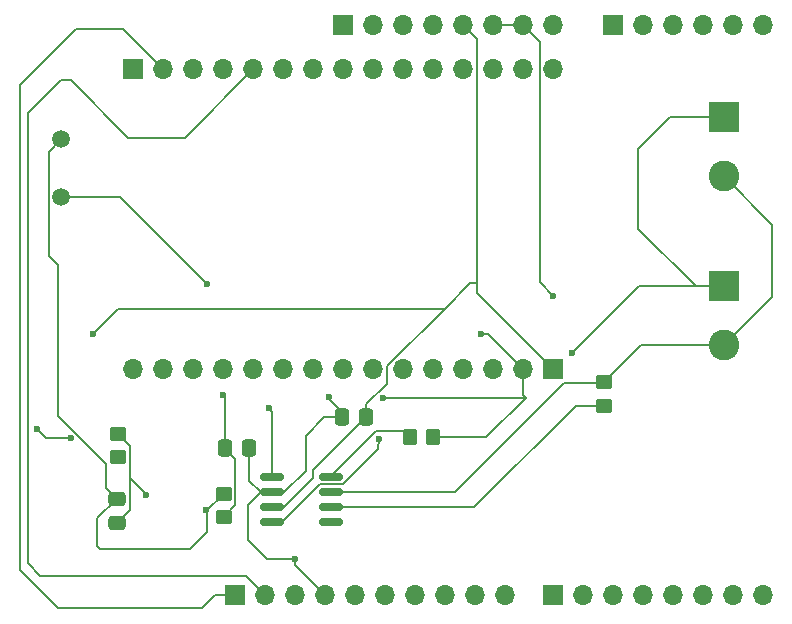
<source format=gbr>
%TF.GenerationSoftware,KiCad,Pcbnew,8.0.2-1*%
%TF.CreationDate,2024-05-16T23:12:18-04:00*%
%TF.ProjectId,ORA_Arduino_ESP_CAN_Shield,4f52415f-4172-4647-9569-6e6f5f455350,rev?*%
%TF.SameCoordinates,Original*%
%TF.FileFunction,Copper,L1,Top*%
%TF.FilePolarity,Positive*%
%FSLAX46Y46*%
G04 Gerber Fmt 4.6, Leading zero omitted, Abs format (unit mm)*
G04 Created by KiCad (PCBNEW 8.0.2-1) date 2024-05-16 23:12:18*
%MOMM*%
%LPD*%
G01*
G04 APERTURE LIST*
G04 Aperture macros list*
%AMRoundRect*
0 Rectangle with rounded corners*
0 $1 Rounding radius*
0 $2 $3 $4 $5 $6 $7 $8 $9 X,Y pos of 4 corners*
0 Add a 4 corners polygon primitive as box body*
4,1,4,$2,$3,$4,$5,$6,$7,$8,$9,$2,$3,0*
0 Add four circle primitives for the rounded corners*
1,1,$1+$1,$2,$3*
1,1,$1+$1,$4,$5*
1,1,$1+$1,$6,$7*
1,1,$1+$1,$8,$9*
0 Add four rect primitives between the rounded corners*
20,1,$1+$1,$2,$3,$4,$5,0*
20,1,$1+$1,$4,$5,$6,$7,0*
20,1,$1+$1,$6,$7,$8,$9,0*
20,1,$1+$1,$8,$9,$2,$3,0*%
G04 Aperture macros list end*
%TA.AperFunction,SMDPad,CuDef*%
%ADD10RoundRect,0.250000X-0.450000X0.350000X-0.450000X-0.350000X0.450000X-0.350000X0.450000X0.350000X0*%
%TD*%
%TA.AperFunction,SMDPad,CuDef*%
%ADD11RoundRect,0.250000X-0.337500X-0.475000X0.337500X-0.475000X0.337500X0.475000X-0.337500X0.475000X0*%
%TD*%
%TA.AperFunction,ComponentPad*%
%ADD12R,1.700000X1.700000*%
%TD*%
%TA.AperFunction,ComponentPad*%
%ADD13O,1.700000X1.700000*%
%TD*%
%TA.AperFunction,SMDPad,CuDef*%
%ADD14RoundRect,0.250000X0.475000X-0.337500X0.475000X0.337500X-0.475000X0.337500X-0.475000X-0.337500X0*%
%TD*%
%TA.AperFunction,SMDPad,CuDef*%
%ADD15RoundRect,0.250000X-0.350000X-0.450000X0.350000X-0.450000X0.350000X0.450000X-0.350000X0.450000X0*%
%TD*%
%TA.AperFunction,SMDPad,CuDef*%
%ADD16RoundRect,0.250000X0.337500X0.475000X-0.337500X0.475000X-0.337500X-0.475000X0.337500X-0.475000X0*%
%TD*%
%TA.AperFunction,SMDPad,CuDef*%
%ADD17RoundRect,0.150000X-0.825000X-0.150000X0.825000X-0.150000X0.825000X0.150000X-0.825000X0.150000X0*%
%TD*%
%TA.AperFunction,ComponentPad*%
%ADD18R,2.600000X2.600000*%
%TD*%
%TA.AperFunction,ComponentPad*%
%ADD19C,2.600000*%
%TD*%
%TA.AperFunction,ComponentPad*%
%ADD20C,1.500000*%
%TD*%
%TA.AperFunction,ViaPad*%
%ADD21C,0.600000*%
%TD*%
%TA.AperFunction,Conductor*%
%ADD22C,0.200000*%
%TD*%
G04 APERTURE END LIST*
D10*
%TO.P,R1,1*%
%TO.N,Net-(U2-OSC2)*%
X41615000Y-64980000D03*
%TO.P,R1,2*%
%TO.N,Net-(U2-OSC1)*%
X41615000Y-66980000D03*
%TD*%
%TO.P,TR1,1*%
%TO.N,CAN_H*%
X73825000Y-55560000D03*
%TO.P,TR1,2*%
%TO.N,CAN_L*%
X73825000Y-57560000D03*
%TD*%
D11*
%TO.P,C2,1*%
%TO.N,Net-(U2-OSC1)*%
X41727500Y-61130000D03*
%TO.P,C2,2*%
%TO.N,GND*%
X43802500Y-61130000D03*
%TD*%
D12*
%TO.P,Digital_1,1,Pin_1*%
%TO.N,SCL*%
X42560000Y-73580000D03*
D13*
%TO.P,Digital_1,2,Pin_2*%
%TO.N,SDA*%
X45100000Y-73580000D03*
%TO.P,Digital_1,3,Pin_3*%
%TO.N,unconnected-(Digital_1-Pin_3-Pad3)*%
X47640000Y-73580000D03*
%TO.P,Digital_1,4,Pin_4*%
%TO.N,GND*%
X50180000Y-73580000D03*
%TO.P,Digital_1,5,Pin_5*%
%TO.N,SCK*%
X52720000Y-73580000D03*
%TO.P,Digital_1,6,Pin_6*%
%TO.N,SO*%
X55260000Y-73580000D03*
%TO.P,Digital_1,7,Pin_7*%
%TO.N,SI*%
X57800000Y-73580000D03*
%TO.P,Digital_1,8,Pin_8*%
%TO.N,CS*%
X60340000Y-73580000D03*
%TO.P,Digital_1,9,Pin_9*%
%TO.N,unconnected-(Digital_1-Pin_9-Pad9)*%
X62880000Y-73580000D03*
%TO.P,Digital_1,10,Pin_10*%
%TO.N,unconnected-(Digital_1-Pin_10-Pad10)*%
X65420000Y-73580000D03*
%TD*%
D14*
%TO.P,C1,1*%
%TO.N,GND*%
X32555000Y-67487500D03*
%TO.P,C1,2*%
%TO.N,Net-(U2-OSC2)*%
X32555000Y-65412500D03*
%TD*%
D12*
%TO.P,Power_1,1,Pin_1*%
%TO.N,unconnected-(Power_1-Pin_1-Pad1)*%
X51715000Y-25320000D03*
D13*
%TO.P,Power_1,2,Pin_2*%
%TO.N,unconnected-(Power_1-Pin_2-Pad2)*%
X54255000Y-25320000D03*
%TO.P,Power_1,3,Pin_3*%
%TO.N,unconnected-(Power_1-Pin_3-Pad3)*%
X56795000Y-25320000D03*
%TO.P,Power_1,4,Pin_4*%
%TO.N,unconnected-(Power_1-Pin_4-Pad4)*%
X59335000Y-25320000D03*
%TO.P,Power_1,5,Pin_5*%
%TO.N,+5V*%
X61875000Y-25320000D03*
%TO.P,Power_1,6,Pin_6*%
%TO.N,GND*%
X64415000Y-25320000D03*
%TO.P,Power_1,7,Pin_7*%
X66955000Y-25320000D03*
%TO.P,Power_1,8,Pin_8*%
%TO.N,unconnected-(Power_1-Pin_8-Pad8)*%
X69495000Y-25320000D03*
%TD*%
D15*
%TO.P,R3,1*%
%TO.N,Net-(U3-Rs)*%
X57375000Y-60220000D03*
%TO.P,R3,2*%
%TO.N,GND*%
X59375000Y-60220000D03*
%TD*%
D12*
%TO.P,Analog_1,1,Pin_1*%
%TO.N,unconnected-(Analog_1-Pin_1-Pad1)*%
X74570000Y-25310000D03*
D13*
%TO.P,Analog_1,2,Pin_2*%
%TO.N,unconnected-(Analog_1-Pin_2-Pad2)*%
X77110000Y-25310000D03*
%TO.P,Analog_1,3,Pin_3*%
%TO.N,unconnected-(Analog_1-Pin_3-Pad3)*%
X79650000Y-25310000D03*
%TO.P,Analog_1,4,Pin_4*%
%TO.N,unconnected-(Analog_1-Pin_4-Pad4)*%
X82190000Y-25310000D03*
%TO.P,Analog_1,5,Pin_5*%
%TO.N,unconnected-(Analog_1-Pin_5-Pad5)*%
X84730000Y-25310000D03*
%TO.P,Analog_1,6,Pin_6*%
%TO.N,unconnected-(Analog_1-Pin_6-Pad6)*%
X87270000Y-25310000D03*
%TD*%
D16*
%TO.P,C3,1*%
%TO.N,+5V*%
X53690000Y-58500000D03*
%TO.P,C3,2*%
%TO.N,GND*%
X51615000Y-58500000D03*
%TD*%
D12*
%TO.P,Digital_2,1,Pin_1*%
%TO.N,unconnected-(Digital_2-Pin_1-Pad1)*%
X69490000Y-73580000D03*
D13*
%TO.P,Digital_2,2,Pin_2*%
%TO.N,unconnected-(Digital_2-Pin_2-Pad2)*%
X72030000Y-73580000D03*
%TO.P,Digital_2,3,Pin_3*%
%TO.N,unconnected-(Digital_2-Pin_3-Pad3)*%
X74570000Y-73580000D03*
%TO.P,Digital_2,4,Pin_4*%
%TO.N,unconnected-(Digital_2-Pin_4-Pad4)*%
X77110000Y-73580000D03*
%TO.P,Digital_2,5,Pin_5*%
%TO.N,unconnected-(Digital_2-Pin_5-Pad5)*%
X79650000Y-73580000D03*
%TO.P,Digital_2,6,Pin_6*%
%TO.N,INT*%
X82190000Y-73580000D03*
%TO.P,Digital_2,7,Pin_7*%
%TO.N,unconnected-(Digital_2-Pin_7-Pad7)*%
X84730000Y-73580000D03*
%TO.P,Digital_2,8,Pin_8*%
%TO.N,unconnected-(Digital_2-Pin_8-Pad8)*%
X87270000Y-73580000D03*
%TD*%
D17*
%TO.P,U3,1,TXD*%
%TO.N,Net-(U2-TXCAN)*%
X45750000Y-63615000D03*
%TO.P,U3,2,VSS*%
%TO.N,GND*%
X45750000Y-64885000D03*
%TO.P,U3,3,VDD*%
%TO.N,+5V*%
X45750000Y-66155000D03*
%TO.P,U3,4,RXD*%
%TO.N,Net-(U2-RXCAN)*%
X45750000Y-67425000D03*
%TO.P,U3,5,Vref*%
%TO.N,unconnected-(U3-Vref-Pad5)*%
X50700000Y-67425000D03*
%TO.P,U3,6,CANL*%
%TO.N,CAN_L*%
X50700000Y-66155000D03*
%TO.P,U3,7,CANH*%
%TO.N,CAN_H*%
X50700000Y-64885000D03*
%TO.P,U3,8,Rs*%
%TO.N,Net-(U3-Rs)*%
X50700000Y-63615000D03*
%TD*%
D10*
%TO.P,R2,1*%
%TO.N,GND*%
X32695000Y-59930000D03*
%TO.P,R2,2*%
%TO.N,Net-(U2-~{RESET})*%
X32695000Y-61930000D03*
%TD*%
D12*
%TO.P,EN_1,1,Pin_1*%
%TO.N,+5V*%
X69530000Y-54460000D03*
D13*
%TO.P,EN_1,2,Pin_2*%
%TO.N,GND*%
X66990000Y-54460000D03*
%TO.P,EN_1,3,Pin_3*%
%TO.N,unconnected-(EN_1-Pin_3-Pad3)*%
X64450000Y-54460000D03*
%TO.P,EN_1,4,Pin_4*%
%TO.N,unconnected-(EN_1-Pin_4-Pad4)*%
X61910000Y-54460000D03*
%TO.P,EN_1,5,Pin_5*%
%TO.N,unconnected-(EN_1-Pin_5-Pad5)*%
X59370000Y-54460000D03*
%TO.P,EN_1,6,Pin_6*%
%TO.N,unconnected-(EN_1-Pin_6-Pad6)*%
X56830000Y-54460000D03*
%TO.P,EN_1,7,Pin_7*%
%TO.N,unconnected-(EN_1-Pin_7-Pad7)*%
X54290000Y-54460000D03*
%TO.P,EN_1,8,Pin_8*%
%TO.N,unconnected-(EN_1-Pin_8-Pad8)*%
X51750000Y-54460000D03*
%TO.P,EN_1,9,Pin_9*%
%TO.N,unconnected-(EN_1-Pin_9-Pad9)*%
X49210000Y-54460000D03*
%TO.P,EN_1,10,Pin_10*%
%TO.N,unconnected-(EN_1-Pin_10-Pad10)*%
X46670000Y-54460000D03*
%TO.P,EN_1,11,Pin_11*%
%TO.N,unconnected-(EN_1-Pin_11-Pad11)*%
X44130000Y-54460000D03*
%TO.P,EN_1,12,Pin_12*%
%TO.N,unconnected-(EN_1-Pin_12-Pad12)*%
X41590000Y-54460000D03*
%TO.P,EN_1,13,Pin_13*%
%TO.N,unconnected-(EN_1-Pin_13-Pad13)*%
X39050000Y-54460000D03*
%TO.P,EN_1,14,Pin_14*%
%TO.N,unconnected-(EN_1-Pin_14-Pad14)*%
X36510000Y-54460000D03*
%TO.P,EN_1,15,Pin_15*%
%TO.N,unconnected-(EN_1-Pin_15-Pad15)*%
X33970000Y-54460000D03*
%TD*%
D18*
%TO.P,J1,1,Pin_1*%
%TO.N,CAN_L*%
X83990000Y-47420000D03*
D19*
%TO.P,J1,2,Pin_2*%
%TO.N,CAN_H*%
X83990000Y-52420000D03*
%TD*%
D18*
%TO.P,J2,1,Pin_1*%
%TO.N,CAN_L*%
X83940000Y-33110000D03*
D19*
%TO.P,J2,2,Pin_2*%
%TO.N,CAN_H*%
X83940000Y-38110000D03*
%TD*%
D12*
%TO.P,BOOT_1,1,Pin_1*%
%TO.N,unconnected-(BOOT_1-Pin_1-Pad1)*%
X33970000Y-29060000D03*
D13*
%TO.P,BOOT_1,2,Pin_2*%
%TO.N,SCL*%
X36510000Y-29060000D03*
%TO.P,BOOT_1,3,Pin_3*%
%TO.N,unconnected-(BOOT_1-Pin_3-Pad3)*%
X39050000Y-29060000D03*
%TO.P,BOOT_1,4,Pin_4*%
%TO.N,unconnected-(BOOT_1-Pin_4-Pad4)*%
X41590000Y-29060000D03*
%TO.P,BOOT_1,5,Pin_5*%
%TO.N,SDA*%
X44130000Y-29060000D03*
%TO.P,BOOT_1,6,Pin_6*%
%TO.N,unconnected-(BOOT_1-Pin_6-Pad6)*%
X46670000Y-29060000D03*
%TO.P,BOOT_1,7,Pin_7*%
%TO.N,unconnected-(BOOT_1-Pin_7-Pad7)*%
X49210000Y-29060000D03*
%TO.P,BOOT_1,8,Pin_8*%
%TO.N,unconnected-(BOOT_1-Pin_8-Pad8)*%
X51750000Y-29060000D03*
%TO.P,BOOT_1,9,Pin_9*%
%TO.N,unconnected-(BOOT_1-Pin_9-Pad9)*%
X54290000Y-29060000D03*
%TO.P,BOOT_1,10,Pin_10*%
%TO.N,unconnected-(BOOT_1-Pin_10-Pad10)*%
X56830000Y-29060000D03*
%TO.P,BOOT_1,11,Pin_11*%
%TO.N,unconnected-(BOOT_1-Pin_11-Pad11)*%
X59370000Y-29060000D03*
%TO.P,BOOT_1,12,Pin_12*%
%TO.N,unconnected-(BOOT_1-Pin_12-Pad12)*%
X61910000Y-29060000D03*
%TO.P,BOOT_1,13,Pin_13*%
%TO.N,unconnected-(BOOT_1-Pin_13-Pad13)*%
X64450000Y-29060000D03*
%TO.P,BOOT_1,14,Pin_14*%
%TO.N,unconnected-(BOOT_1-Pin_14-Pad14)*%
X66990000Y-29060000D03*
%TO.P,BOOT_1,15,Pin_15*%
%TO.N,unconnected-(BOOT_1-Pin_15-Pad15)*%
X69530000Y-29060000D03*
%TD*%
D20*
%TO.P,Y1,1,1*%
%TO.N,Net-(U2-OSC1)*%
X27865000Y-39870000D03*
%TO.P,Y1,2,2*%
%TO.N,Net-(U2-OSC2)*%
X27865000Y-34990000D03*
%TD*%
D21*
%TO.N,Net-(U2-OSC2)*%
X40165000Y-66410000D03*
%TO.N,Net-(U2-OSC1)*%
X40225000Y-47240000D03*
X41365000Y-67040000D03*
X41585000Y-56650000D03*
%TO.N,+5V*%
X30560000Y-51480000D03*
%TO.N,GND*%
X69540000Y-48270000D03*
X55135000Y-56860000D03*
X50505000Y-56840000D03*
X47665000Y-70530000D03*
X63440000Y-51480000D03*
X35035000Y-65090000D03*
%TO.N,CS*%
X28675000Y-60290000D03*
X25855000Y-59530000D03*
%TO.N,CAN_L*%
X73705000Y-57520000D03*
X71115000Y-53110000D03*
%TO.N,Net-(U2-~{RESET})*%
X32625000Y-61820000D03*
%TO.N,Net-(U2-RXCAN)*%
X54775000Y-60330000D03*
%TO.N,Net-(U2-TXCAN)*%
X45415000Y-57780000D03*
%TD*%
D22*
%TO.N,Net-(U2-OSC2)*%
X26815000Y-36040000D02*
X27865000Y-34990000D01*
X40185000Y-66410000D02*
X40165000Y-66410000D01*
X31695000Y-62461471D02*
X27615000Y-58381471D01*
X26815000Y-44850000D02*
X26815000Y-36040000D01*
X32555000Y-65412500D02*
X31695000Y-64552500D01*
X31115000Y-69680000D02*
X38735000Y-69680000D01*
X27615000Y-58381471D02*
X27615000Y-45650000D01*
X40185000Y-68230000D02*
X40185000Y-66410000D01*
X27615000Y-45650000D02*
X26815000Y-44850000D01*
X38735000Y-69680000D02*
X40185000Y-68230000D01*
X40185000Y-66410000D02*
X40185000Y-66410000D01*
X30895000Y-67072500D02*
X30895000Y-69460000D01*
X32555000Y-65412500D02*
X30895000Y-67072500D01*
X30895000Y-69460000D02*
X31115000Y-69680000D01*
X40165000Y-66410000D02*
X40165000Y-66430000D01*
X31695000Y-64552500D02*
X31695000Y-62461471D01*
X40165000Y-66430000D02*
X41615000Y-64980000D01*
%TO.N,Net-(U2-OSC1)*%
X41685000Y-56650000D02*
X41585000Y-56650000D01*
X42615000Y-65980000D02*
X41615000Y-66980000D01*
X32855000Y-39870000D02*
X27865000Y-39870000D01*
X40225000Y-47240000D02*
X32855000Y-39870000D01*
X42615000Y-62017500D02*
X42615000Y-65980000D01*
X41727500Y-56692500D02*
X41685000Y-56650000D01*
X41727500Y-61130000D02*
X42615000Y-62017500D01*
X41585000Y-56650000D02*
X41585000Y-56550000D01*
X41585000Y-56550000D02*
X41685000Y-56650000D01*
X41727500Y-61130000D02*
X41727500Y-56692500D01*
%TO.N,+5V*%
X49205000Y-63674999D02*
X49205000Y-62985000D01*
X63060000Y-47170000D02*
X63060000Y-47990000D01*
X45750000Y-66155000D02*
X46724999Y-66155000D01*
X61875000Y-25320000D02*
X63060000Y-26505000D01*
X63060000Y-26505000D02*
X63060000Y-47170000D01*
X60316827Y-49346827D02*
X62493654Y-47170000D01*
X30560000Y-51480000D02*
X32693173Y-49346827D01*
X60316827Y-49346827D02*
X55440000Y-54223654D01*
X55440000Y-55670000D02*
X53690000Y-57420000D01*
X63060000Y-47990000D02*
X69530000Y-54460000D01*
X53690000Y-57420000D02*
X53690000Y-58500000D01*
X46724999Y-66155000D02*
X49205000Y-63674999D01*
X49205000Y-62985000D02*
X53690000Y-58500000D01*
X55440000Y-54223654D02*
X55440000Y-55670000D01*
X32693173Y-49346827D02*
X60316827Y-49346827D01*
X62493654Y-47170000D02*
X63060000Y-47170000D01*
%TO.N,SDA*%
X33555000Y-34850000D02*
X38340000Y-34850000D01*
X43490000Y-71950000D02*
X26090000Y-71950000D01*
X25025000Y-70885000D02*
X25025000Y-32800000D01*
X38340000Y-34850000D02*
X44130000Y-29060000D01*
X28655000Y-29950000D02*
X33555000Y-34850000D01*
X26090000Y-71950000D02*
X25025000Y-70885000D01*
X25025000Y-32800000D02*
X27875000Y-29950000D01*
X27875000Y-29950000D02*
X28655000Y-29950000D01*
X45120000Y-73580000D02*
X43490000Y-71950000D01*
%TO.N,SCL*%
X36510000Y-29060000D02*
X33080000Y-25630000D01*
X33080000Y-25630000D02*
X29115000Y-25630000D01*
X40850000Y-73580000D02*
X42580000Y-73580000D01*
X39760000Y-74670000D02*
X40850000Y-73580000D01*
X27579000Y-74670000D02*
X39760000Y-74670000D01*
X29115000Y-25631000D02*
X29115000Y-25630000D01*
X24380000Y-71471000D02*
X24380000Y-30366000D01*
X27579000Y-74670000D02*
X24380000Y-71471000D01*
X24380000Y-30366000D02*
X29115000Y-25631000D01*
%TO.N,GND*%
X48575000Y-60070000D02*
X50145000Y-58500000D01*
X48575000Y-63034999D02*
X48575000Y-60070000D01*
X64415000Y-25320000D02*
X66955000Y-25320000D01*
X33695000Y-63700000D02*
X33705000Y-63700000D01*
X63845000Y-60220000D02*
X59375000Y-60220000D01*
X67205000Y-56860000D02*
X66990000Y-56645000D01*
X47665000Y-70530000D02*
X47665000Y-71045000D01*
X35035000Y-65090000D02*
X35095000Y-65090000D01*
X50145000Y-58500000D02*
X51615000Y-58500000D01*
X35035000Y-65030000D02*
X35035000Y-65090000D01*
X44775001Y-64885000D02*
X43695000Y-65965001D01*
X43802500Y-63912499D02*
X44775001Y-64885000D01*
X50505000Y-56960000D02*
X50505000Y-56840000D01*
X50505000Y-56840000D02*
X50385000Y-56840000D01*
X43695000Y-65965001D02*
X43695000Y-68910000D01*
X64040000Y-51510000D02*
X63440000Y-51480000D01*
X33695000Y-66347500D02*
X32555000Y-67487500D01*
X43695000Y-68910000D02*
X45315000Y-70530000D01*
X51615000Y-58500000D02*
X51615000Y-58070000D01*
X33695000Y-63700000D02*
X33695000Y-66347500D01*
X45315000Y-70530000D02*
X47665000Y-70530000D01*
X51615000Y-58070000D02*
X50505000Y-56960000D01*
X45750000Y-64885000D02*
X46724999Y-64885000D01*
X50385000Y-56840000D02*
X50465000Y-56920000D01*
X68380000Y-47110000D02*
X68380000Y-26745000D01*
X35095000Y-65090000D02*
X35035000Y-65030000D01*
X67205000Y-56860000D02*
X63845000Y-60220000D01*
X69540000Y-48270000D02*
X68380000Y-47110000D01*
X33705000Y-63700000D02*
X35035000Y-65030000D01*
X55135000Y-56860000D02*
X67205000Y-56860000D01*
X43802500Y-61130000D02*
X43802500Y-63912499D01*
X33695000Y-60930000D02*
X33695000Y-63700000D01*
X66990000Y-56645000D02*
X66990000Y-54460000D01*
X68380000Y-26745000D02*
X66955000Y-25320000D01*
X32695000Y-59930000D02*
X33695000Y-60930000D01*
X46724999Y-64885000D02*
X48575000Y-63034999D01*
X44775001Y-64885000D02*
X45750000Y-64885000D01*
X47665000Y-71045000D02*
X50200000Y-73580000D01*
X66990000Y-54460000D02*
X64040000Y-51510000D01*
X63440000Y-51480000D02*
X63440000Y-51510000D01*
%TO.N,CS*%
X25855000Y-59530000D02*
X26605000Y-60280000D01*
X28675000Y-60290000D02*
X28545000Y-60280000D01*
X28525000Y-60280000D02*
X28675000Y-60290000D01*
X26605000Y-60280000D02*
X28525000Y-60280000D01*
X28545000Y-60280000D02*
X28535000Y-60280000D01*
%TO.N,CAN_H*%
X83990000Y-52420000D02*
X88085000Y-48325000D01*
X50700000Y-64885000D02*
X61170000Y-64885000D01*
X73825000Y-55560000D02*
X73775000Y-55610000D01*
X70445000Y-55610000D02*
X61170000Y-64885000D01*
X76965000Y-52420000D02*
X73825000Y-55560000D01*
X83990000Y-52420000D02*
X76965000Y-52420000D01*
X73775000Y-55610000D02*
X70445000Y-55610000D01*
X88085000Y-42255000D02*
X83940000Y-38110000D01*
X88085000Y-48325000D02*
X88085000Y-42255000D01*
%TO.N,CAN_L*%
X76725000Y-35770000D02*
X76725000Y-42550000D01*
X83940000Y-33110000D02*
X79385000Y-33110000D01*
X71415000Y-57560000D02*
X73825000Y-57560000D01*
X76805000Y-47420000D02*
X71115000Y-53110000D01*
X50700000Y-66155000D02*
X62820000Y-66155000D01*
X79385000Y-33110000D02*
X76725000Y-35770000D01*
X83990000Y-47420000D02*
X76805000Y-47420000D01*
X81595000Y-47420000D02*
X83990000Y-47420000D01*
X62820000Y-66155000D02*
X71415000Y-57560000D01*
X76725000Y-42550000D02*
X81595000Y-47420000D01*
%TO.N,Net-(U3-Rs)*%
X54485000Y-59730000D02*
X50700000Y-63515000D01*
X56885000Y-59730000D02*
X54485000Y-59730000D01*
X57375000Y-60220000D02*
X56885000Y-59730000D01*
X50700000Y-63515000D02*
X50700000Y-63615000D01*
%TO.N,Net-(U2-RXCAN)*%
X54685000Y-61245552D02*
X54775000Y-60330000D01*
X45750000Y-67425000D02*
X46544448Y-67425000D01*
X51715552Y-64215000D02*
X54685000Y-61245552D01*
X46544448Y-67425000D02*
X49754448Y-64215000D01*
X54775000Y-60330000D02*
X54685000Y-60300000D01*
X49754448Y-64215000D02*
X51715552Y-64215000D01*
%TO.N,Net-(U2-TXCAN)*%
X45750000Y-63615000D02*
X45750000Y-58095000D01*
X45415000Y-57780000D02*
X45415000Y-57760000D01*
X45435000Y-57780000D02*
X45415000Y-57780000D01*
X45415000Y-57760000D02*
X45495000Y-57840000D01*
X45750000Y-58095000D02*
X45435000Y-57780000D01*
%TD*%
M02*

</source>
